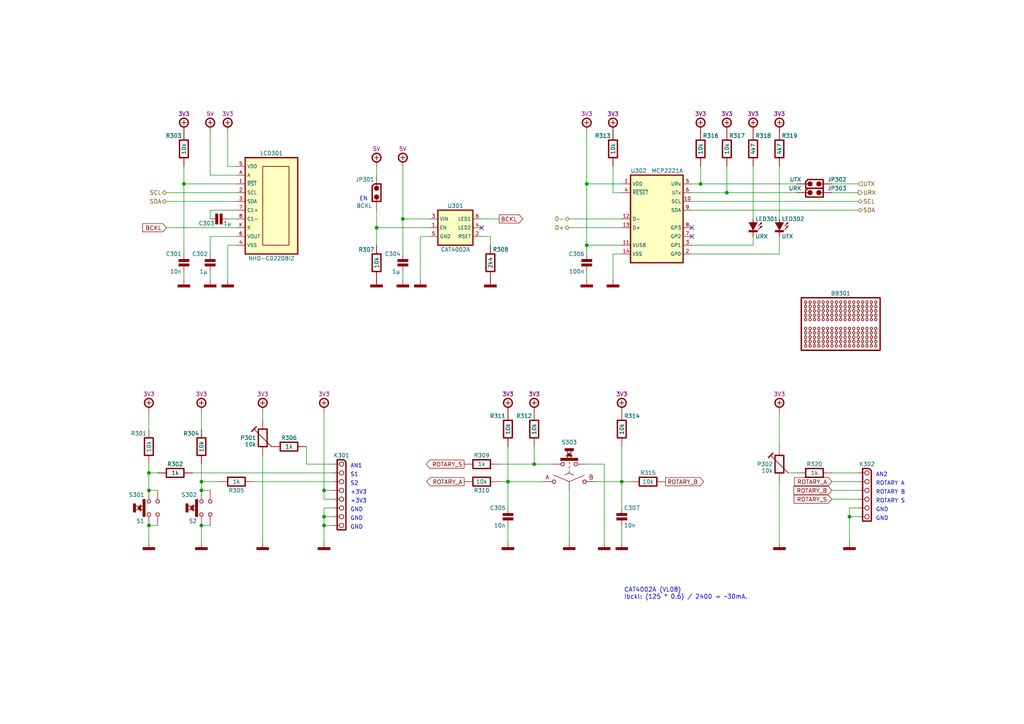
<source format=kicad_sch>
(kicad_sch (version 20250114) (generator "eeschema") (generator_version "9.0")
  (paper "A4")
  (title_block (title "HID") (date "01/2022") (rev "A") (comment 1 "PIC8-Bit Mini Trainer"))
  (lib_symbols
    (symbol "tronixio:+3V3" (power) (pin_numbers (hide yes)) (pin_names (offset 0) (hide yes))
      (property "Description" "3V3" (at 0 5.08 0))
      (symbol "+3V3_1_1"
        (pin power_in line (at 0 0 90) (length 1.27) (name "~") (number "1"))
      )
    )
    (symbol "tronixio:+5V" (power) (pin_numbers (hide yes)) (pin_names (offset 0) (hide yes))
      (property "Description" "5V" (at 0 5.08 0))
      (symbol "+5V_1_1"
        (pin power_in line (at 0 0 90) (length 1.27) (name "~") (number "1"))
      )
    )
    (symbol "tronixio:BOURNS-PEC12R-24-DENTS-SWITCH" (pin_numbers (hide yes)) (pin_names (offset 0) (hide yes))
      (property "Reference" "S" (at 0 13.97 0))
      (property "Value" "BOURNS-PEC12R-24-DENTS-SWITCH" (at 0 11.43 0))
      (symbol "BOURNS-PEC12R-24-DENTS-SWITCH_0_0"
        (text "A" (at -6.35 1.27 0) (effects (font (size 1.15 1.15))))
        (text "B" (at 6.35 1.27 0) (effects (font (size 1.27 1.27))))
      )
      (symbol "BOURNS-PEC12R-24-DENTS-SWITCH_0_1"
        (pin passive line (at -7.62 0 0) (length 2.54) (name "A") (number "1"))
        (pin passive line (at 0 -2.54 90) (length 2.54) (name "C") (number "2"))
        (pin passive line (at 7.62 0 180) (length 2.54) (name "B") (number "3"))
      )
      (symbol "BOURNS-PEC12R-24-DENTS-SWITCH_1_1"
        (pin passive line (at -5.08 5.08 0) (length 2.54) (name "~") (number "5"))
        (pin passive line (at 5.08 5.08 180) (length 2.54) (name "~") (number "4"))
      )
    )
    (symbol "tronixio:BREADBOARD-170" (pin_numbers (hide yes)) (pin_names (offset 0) (hide yes))
      (property "Reference" "BB" (at 0 8.89 0))
    )
    (symbol "tronixio:CAPACITOR-1206-100N-50V-5P-X7R" (pin_numbers (hide yes)) (pin_names (offset 0) (hide yes))
      (property "Reference" "C" (at 0.635 2.54 0))
      (property "Value" "100n" (at 0.635 -2.54 0))
      (symbol "CAPACITOR-1206-100N-50V-5P-X7R_1_1"
        (pin passive line (at 0 2.54 270) (length 1.905) (name "~") (number "1"))
        (pin passive line (at 0 -2.54 90) (length 1.905) (name "~") (number "2"))
      )
    )
    (symbol "tronixio:CAPACITOR-1206-10N-100V-5P-X7R" (pin_numbers (hide yes)) (pin_names (offset 0) (hide yes))
      (property "Reference" "C" (at 0.635 2.54 0))
      (property "Value" "10n" (at 0.635 -2.54 0))
      (symbol "CAPACITOR-1206-10N-100V-5P-X7R_1_1"
        (pin passive line (at 0 2.54 270) (length 1.905) (name "~") (number "1"))
        (pin passive line (at 0 -2.54 90) (length 1.905) (name "~") (number "2"))
      )
    )
    (symbol "tronixio:CAPACITOR-1206-1U-16V-10P-X7R" (pin_numbers (hide yes)) (pin_names (offset 0) (hide yes))
      (property "Reference" "C" (at 0.635 2.54 0))
      (property "Value" "1µ" (at 0.635 -2.54 0))
      (symbol "CAPACITOR-1206-1U-16V-10P-X7R_1_1"
        (pin passive line (at 0 2.54 270) (length 1.905) (name "~") (number "1"))
        (pin passive line (at 0 -2.54 90) (length 1.905) (name "~") (number "2"))
      )
    )
    (symbol "tronixio:CK-KSA" (pin_numbers (hide yes)) (pin_names (offset 0) (hide yes))
      (property "Reference" "S" (at 0 6.35 0))
      (property "Value" "SYMBOL-SW-PUSH-4" (at 0 -5.08 0))
      (symbol "CK-KSA_0_1"
        (pin passive line (at -5.08 0 0) (length 2.54) (name "1") (number "1"))
        (pin passive line (at -5.08 -2.54 0) (length 2.54) (name "2") (number "2"))
        (pin passive line (at 5.08 0 180) (length 2.54) (name "3") (number "3"))
        (pin passive line (at 5.08 -2.54 180) (length 2.54) (name "4") (number "4"))
      )
    )
    (symbol "tronixio:GND" (power) (pin_numbers (hide yes)) (pin_names (offset 0) (hide yes))
      (symbol "GND_1_1"
        (pin power_in line (at 0 0 270) (length 1.27) (name "~") (number "1"))
      )
    )
    (symbol "tronixio:HARWIN-254-F-1X06-VERTICAL" (pin_numbers (hide yes)) (pin_names (offset 0) (hide yes))
      (property "Reference" "K" (at 0 2.54 0))
      (property "Value" "HARWIN-254-F-1X06-VERTICAL" (at 0 -15.24 0))
      (symbol "HARWIN-254-F-1X06-VERTICAL_1_1"
        (pin passive line (at -2.54 0 0) (length 1.905) (name "1") (number "1"))
        (pin passive line (at -2.54 -2.54 0) (length 1.905) (name "2") (number "2"))
        (pin passive line (at -2.54 -5.08 0) (length 1.905) (name "3") (number "3"))
        (pin passive line (at -2.54 -7.62 0) (length 1.905) (name "4") (number "4"))
        (pin passive line (at -2.54 -10.16 0) (length 1.905) (name "5") (number "5"))
        (pin passive line (at -2.54 -12.7 0) (length 1.905) (name "6") (number "6"))
      )
    )
    (symbol "tronixio:HARWIN-254-F-1X08-VERTICAL" (pin_numbers (hide yes)) (pin_names (offset 0) (hide yes))
      (property "Reference" "K" (at 0 2.54 0))
      (property "Value" "HARWIN-254-F-1X08-VERTICAL" (at 0 -20.32 0))
      (symbol "HARWIN-254-F-1X08-VERTICAL_1_1"
        (pin passive line (at -2.54 0 0) (length 1.905) (name "Pin_1") (number "1"))
        (pin passive line (at -2.54 -2.54 0) (length 1.905) (name "Pin_2") (number "2"))
        (pin passive line (at -2.54 -5.08 0) (length 1.905) (name "Pin_3") (number "3"))
        (pin passive line (at -2.54 -7.62 0) (length 1.905) (name "Pin_4") (number "4"))
        (pin passive line (at -2.54 -10.16 0) (length 1.905) (name "Pin_5") (number "5"))
        (pin passive line (at -2.54 -12.7 0) (length 1.905) (name "Pin_6") (number "6"))
        (pin passive line (at -2.54 -15.24 0) (length 1.905) (name "Pin_7") (number "7"))
        (pin passive line (at -2.54 -17.78 0) (length 1.905) (name "Pin_8") (number "8"))
      )
    )
    (symbol "tronixio:HARWIN-254-M-1X02-JUMPER-VERTICAL" (pin_numbers (hide yes)) (pin_names (offset 0) (hide yes))
      (property "Reference" "JP" (at 2.54 1.27 0))
      (property "Value" "SYMBOL-HEADER-M-1X02" (at 2.54 -1.27 0))
      (symbol "HARWIN-254-M-1X02-JUMPER-VERTICAL_1_1"
        (pin passive line (at 0 5.08 270) (length 3.175) (name "~") (number "1"))
        (pin passive line (at 0 -5.08 90) (length 3.175) (name "~") (number "2"))
      )
    )
    (symbol "tronixio:KINGBRIGHT-LED-1206-BLUE" (pin_numbers (hide yes)) (pin_names (offset 0) (hide yes))
      (property "Reference" "LED" (at 0 3.81 0))
      (property "Value" "BLUE" (at 0 -2.54 0))
      (symbol "KINGBRIGHT-LED-1206-BLUE_1_1"
        (pin passive line (at -2.54 0 0) (length 1.27) (name "C") (number "1"))
        (pin passive line (at 2.54 0 180) (length 1.27) (name "A") (number "2"))
      )
    )
    (symbol "tronixio:MICROCHIP-MCP2221A-SOIC" (pin_names (offset 0.5))
      (property "Reference" "U" (at 10.16 3.81 0))
      (property "Value" "MCP2221A" (at 10.16 -24.13 0))
      (symbol "MICROCHIP-MCP2221A-SOIC_1_1"
        (pin power_in line (at 0 0 0) (length 2.54) (name "VDD") (number "1"))
        (pin input line (at 0 -2.54 0) (length 2.54) (name "~{RESET}") (number "4"))
        (pin bidirectional line (at 0 -10.16 0) (length 2.54) (name "D-") (number "12"))
        (pin bidirectional line (at 0 -12.7 0) (length 2.54) (name "D+") (number "13"))
        (pin passive line (at 0 -17.78 0) (length 2.54) (name "VUSB") (number "11"))
        (pin power_in line (at 0 -20.32 0) (length 2.54) (name "VSS") (number "14"))
        (pin input line (at 20.32 0 180) (length 2.54) (name "URx") (number "5"))
        (pin output line (at 20.32 -2.54 180) (length 2.54) (name "UTx") (number "6"))
        (pin bidirectional line (at 20.32 -5.08 180) (length 2.54) (name "SCL") (number "10"))
        (pin bidirectional line (at 20.32 -7.62 180) (length 2.54) (name "SDA") (number "9"))
        (pin bidirectional line (at 20.32 -12.7 180) (length 2.54) (name "GP3") (number "8"))
        (pin bidirectional line (at 20.32 -15.24 180) (length 2.54) (name "GP2") (number "7"))
        (pin bidirectional line (at 20.32 -17.78 180) (length 2.54) (name "GP1") (number "3"))
        (pin bidirectional line (at 20.32 -20.32 180) (length 2.54) (name "GP0") (number "2"))
      )
    )
    (symbol "tronixio:NHD-C0220BIZ" (pin_names (offset 0.5))
      (property "Reference" "LCD" (at 10.16 3.81 0))
      (property "Value" "NHD-C0220BIZ" (at 10.16 -26.67 0))
      (symbol "NHD-C0220BIZ_1_1"
        (pin power_in line (at 0 0 0) (length 2.54) (name "VDD") (number "5"))
        (pin passive line (at 0 -2.54 0) (length 2.54) (name "A") (number "A"))
        (pin input line (at 0 -5.08 0) (length 2.54) (name "~{RST}") (number "1"))
        (pin input line (at 0 -7.62 0) (length 2.54) (name "SCL") (number "2"))
        (pin bidirectional line (at 0 -10.16 0) (length 2.54) (name "SDA") (number "3"))
        (pin passive line (at 0 -12.7 0) (length 2.54) (name "C1+") (number "7"))
        (pin passive line (at 0 -15.24 0) (length 2.54) (name "C1-") (number "8"))
        (pin passive line (at 0 -17.78 0) (length 2.54) (name "K") (number "K"))
        (pin passive line (at 0 -20.32 0) (length 2.54) (name "VOUT") (number "6"))
        (pin power_in line (at 0 -22.86 0) (length 2.54) (name "VSS") (number "4"))
      )
    )
    (symbol "tronixio:ONSEMI-CAT4002A-SC" (pin_names (offset 0.5))
      (property "Reference" "U" (at 7.62 3.81 0))
      (property "Value" "CAT4002A" (at 7.62 -8.89 0))
      (symbol "ONSEMI-CAT4002A-SC_1_1"
        (pin power_in line (at 0 0 0) (length 2.54) (name "VIN") (number "3"))
        (pin input line (at 0 -2.54 0) (length 2.54) (name "EN") (number "1"))
        (pin power_in line (at 0 -5.08 0) (length 2.54) (name "GND") (number "5"))
        (pin output line (at 15.24 0 180) (length 2.54) (name "LED1") (number "6"))
        (pin output line (at 15.24 -2.54 180) (length 2.54) (name "LED2") (number "4"))
        (pin passive line (at 15.24 -5.08 180) (length 2.54) (name "RSET") (number "2"))
      )
    )
    (symbol "tronixio:PIHER-PT10MV-10K" (pin_numbers (hide yes)) (pin_names (offset 0) (hide yes))
      (property "Reference" "P" (at 2.54 2.54 0))
      (property "Value" "10k" (at 2.54 0 0))
      (symbol "PIHER-PT10MV-10K_1_1"
        (pin passive line (at 0 5.08 270) (length 2.54) (name "~") (number "3"))
        (pin passive line (at 0 -5.08 90) (length 2.54) (name "~") (number "1"))
        (pin passive line (at 2.54 -2.54 180) (length 0) (name "~") (number "2"))
      )
    )
    (symbol "tronixio:RESISTOR-1206-10K-5P" (pin_numbers (hide yes)) (pin_names (offset 0) (hide yes))
      (property "Reference" "R" (at 0.635 3.81 0))
      (property "Value" "10k" (at 0 0 90))
      (symbol "RESISTOR-1206-10K-5P_1_1"
        (pin passive line (at 0 5.08 270) (length 2.54) (name "~") (number "1"))
        (pin passive line (at 0 -5.08 90) (length 2.54) (name "~") (number "2"))
      )
    )
    (symbol "tronixio:RESISTOR-1206-1K-5P" (pin_numbers (hide yes)) (pin_names (offset 0) (hide yes))
      (property "Reference" "R" (at 0.635 3.81 0))
      (property "Value" "1k" (at 0 0 90))
      (symbol "RESISTOR-1206-1K-5P_1_1"
        (pin passive line (at 0 5.08 270) (length 2.54) (name "~") (number "1"))
        (pin passive line (at 0 -5.08 90) (length 2.54) (name "~") (number "2"))
      )
    )
    (symbol "tronixio:RESISTOR-1206-2K4-5P" (pin_numbers (hide yes)) (pin_names (offset 0) (hide yes))
      (property "Reference" "R" (at 0.635 3.81 0))
      (property "Value" "2k4" (at 0 0 90))
      (symbol "RESISTOR-1206-2K4-5P_1_1"
        (pin passive line (at 0 5.08 270) (length 2.54) (name "~") (number "1"))
        (pin passive line (at 0 -5.08 90) (length 2.54) (name "~") (number "2"))
      )
    )
    (symbol "tronixio:RESISTOR-1206-4K7-5P" (pin_numbers (hide yes)) (pin_names (offset 0) (hide yes))
      (property "Reference" "R" (at 0.635 3.81 0))
      (property "Value" "4k7" (at 0 0 90))
      (symbol "RESISTOR-1206-4K7-5P_1_1"
        (pin passive line (at 0 5.08 270) (length 2.54) (name "~") (number "1"))
        (pin passive line (at 0 -5.08 90) (length 2.54) (name "~") (number "2"))
      )
    )
  )
  (text "AN1" (at 101.6 135.89 0) (effects (font (size 1.15 1.15)) (justify left bottom)))
  (text "GND" (at 101.6 148.59 0) (effects (font (size 1.15 1.15)) (justify left bottom)))
  (text "GND" (at 254 148.59 0) (effects (font (size 1.15 1.15)) (justify left bottom)))
  (text "ROTARY A" (at 254 140.97 0) (effects (font (size 1.15 1.15)) (justify left bottom)))
  (text "GND" (at 101.6 153.67 0) (effects (font (size 1.15 1.15)) (justify left bottom)))
  (text "ROTARY B" (at 254 143.51 0) (effects (font (size 1.15 1.15)) (justify left bottom)))
  (text "EN" (at 106.68 58.42 0) (effects (font (size 1.15 1.15)) (justify right bottom)))
  (text "AN2" (at 254 138.43 0) (effects (font (size 1.15 1.15)) (justify left bottom)))
  (text "+3V3" (at 101.6 146.05 0) (effects (font (size 1.15 1.15)) (justify left bottom)))
  (text "S2" (at 101.6 140.97 0) (effects (font (size 1.15 1.15)) (justify left bottom)))
  (text "S1" (at 101.6 138.43 0) (effects (font (size 1.15 1.15)) (justify left bottom)))
  (text "GND" (at 101.6 151.13 0) (effects (font (size 1.15 1.15)) (justify left bottom)))
  (text "GND" (at 254 151.13 0) (effects (font (size 1.15 1.15)) (justify left bottom)))
  (text "CAT4002A (VL08)\nIbckl: (125 * 0.6) / 2400 = ~30mA." (at 180.975 173.99 0) (effects (font (size 1.27 1.27)) (justify left bottom)))
  (text "ROTARY S" (at 254 146.05 0) (effects (font (size 1.15 1.15)) (justify left bottom)))
  (text "+3V3" (at 101.6 143.51 0) (effects (font (size 1.15 1.15)) (justify left bottom)))
  (junction (at 147.32 139.7) (diameter 0.9144))
  (junction (at 43.18 142.24))
  (junction (at 43.18 137.16) (diameter 0.9144))
  (junction (at 93.98 152.4))
  (junction (at 203.2 53.34))
  (junction (at 170.18 71.12))
  (junction (at 210.82 55.88))
  (junction (at 43.18 152.4))
  (junction (at 93.98 142.24))
  (junction (at 170.18 53.34) (diameter 0.9144))
  (junction (at 154.94 134.62))
  (junction (at 53.34 53.34) (diameter 0.9144))
  (junction (at 246.38 149.86) (diameter 0.9144))
  (junction (at 93.98 149.86))
  (junction (at 109.22 66.04))
  (junction (at 58.42 139.7))
  (junction (at 58.42 152.4))
  (junction (at 58.42 142.24))
  (junction (at 180.34 139.7) (diameter 0.9144))
  (junction (at 116.84 63.5))
  (no_connect (at 200.66 68.58))
  (no_connect (at 139.7 66.04))
  (no_connect (at 200.66 66.04))
  (wire (pts (xy 139.7 68.58) (xy 142.24 68.58)))
  (wire (pts (xy 43.18 119.38) (xy 43.18 124.46)))
  (wire (pts (xy 43.18 152.4) (xy 43.18 157.48)))
  (wire (pts (xy 200.66 55.88) (xy 210.82 55.88)))
  (wire (pts (xy 170.18 134.62) (xy 175.26 134.62)))
  (wire (pts (xy 175.26 134.62) (xy 175.26 157.48)))
  (wire (pts (xy 165.1 66.04) (xy 180.34 66.04)))
  (wire (pts (xy 177.8 55.88) (xy 177.8 48.26)))
  (wire (pts (xy 93.98 147.32) (xy 96.52 147.32)))
  (wire (pts (xy 58.42 119.38) (xy 58.42 124.46)))
  (wire (pts (xy 241.3 53.34) (xy 248.92 53.34)))
  (wire (pts (xy 203.2 53.34) (xy 231.14 53.34)))
  (wire (pts (xy 60.96 78.74) (xy 60.96 81.28)))
  (wire (pts (xy 177.8 73.66) (xy 177.8 81.28)))
  (wire (pts (xy 60.96 60.96) (xy 60.96 63.5)))
  (wire (pts (xy 48.26 55.88) (xy 68.58 55.88)))
  (wire (pts (xy 121.92 68.58) (xy 121.92 81.28)))
  (wire (pts (xy 124.46 68.58) (xy 121.92 68.58)))
  (wire (pts (xy 203.2 48.26) (xy 203.2 53.34)))
  (wire (pts (xy 96.52 134.62) (xy 88.9 134.62)))
  (wire (pts (xy 76.2 119.38) (xy 76.2 121.92)))
  (wire (pts (xy 144.78 139.7) (xy 147.32 139.7)))
  (wire (pts (xy 147.32 129.54) (xy 147.32 139.7)))
  (wire (pts (xy 241.3 144.78) (xy 248.92 144.78)))
  (wire (pts (xy 124.46 66.04) (xy 109.22 66.04)))
  (wire (pts (xy 60.96 68.58) (xy 60.96 73.66)))
  (wire (pts (xy 60.96 68.58) (xy 68.58 68.58)))
  (wire (pts (xy 109.22 66.04) (xy 109.22 71.12)))
  (wire (pts (xy 43.18 134.62) (xy 43.18 137.16)))
  (wire (pts (xy 43.18 137.16) (xy 43.18 142.24)))
  (wire (pts (xy 200.66 73.66) (xy 226.06 73.66)))
  (wire (pts (xy 226.06 73.66) (xy 226.06 68.58)))
  (wire (pts (xy 200.66 60.96) (xy 248.92 60.96)))
  (wire (pts (xy 154.94 129.54) (xy 154.94 134.62)))
  (wire (pts (xy 246.38 149.86) (xy 248.92 149.86)))
  (wire (pts (xy 116.84 63.5) (xy 124.46 63.5)))
  (wire (pts (xy 93.98 149.86) (xy 96.52 149.86)))
  (wire (pts (xy 142.24 68.58) (xy 142.24 71.12)))
  (wire (pts (xy 60.96 50.8) (xy 60.96 38.1)))
  (wire (pts (xy 109.22 50.8) (xy 109.22 48.26)))
  (wire (pts (xy 177.8 73.66) (xy 180.34 73.66)))
  (wire (pts (xy 53.34 48.26) (xy 53.34 53.34)))
  (wire (pts (xy 170.18 71.12) (xy 180.34 71.12)))
  (wire (pts (xy 93.98 147.32) (xy 93.98 149.86)))
  (wire (pts (xy 93.98 149.86) (xy 93.98 152.4)))
  (wire (pts (xy 93.98 152.4) (xy 93.98 157.48)))
  (wire (pts (xy 180.34 152.4) (xy 180.34 157.48)))
  (wire (pts (xy 147.32 139.7) (xy 147.32 147.32)))
  (wire (pts (xy 210.82 55.88) (xy 231.14 55.88)))
  (wire (pts (xy 88.9 129.54) (xy 88.9 134.62)))
  (wire (pts (xy 147.32 152.4) (xy 147.32 157.48)))
  (wire (pts (xy 180.34 139.7) (xy 182.88 139.7)))
  (wire (pts (xy 58.42 134.62) (xy 58.42 139.7)))
  (wire (pts (xy 58.42 152.4) (xy 58.42 157.48)))
  (wire (pts (xy 66.04 71.12) (xy 66.04 81.28)))
  (wire (pts (xy 68.58 71.12) (xy 66.04 71.12)))
  (wire (pts (xy 73.66 139.7) (xy 96.52 139.7)))
  (wire (pts (xy 200.66 53.34) (xy 203.2 53.34)))
  (wire (pts (xy 109.22 60.96) (xy 109.22 66.04)))
  (wire (pts (xy 180.34 129.54) (xy 180.34 139.7)))
  (wire (pts (xy 180.34 139.7) (xy 180.34 147.32)))
  (wire (pts (xy 93.98 144.78) (xy 96.52 144.78)))
  (wire (pts (xy 58.42 142.24) (xy 60.96 142.24)))
  (wire (pts (xy 144.78 134.62) (xy 154.94 134.62)))
  (wire (pts (xy 170.18 38.1) (xy 170.18 53.34)))
  (wire (pts (xy 58.42 152.4) (xy 60.96 152.4)))
  (wire (pts (xy 226.06 63.5) (xy 226.06 48.26)))
  (wire (pts (xy 60.96 60.96) (xy 68.58 60.96)))
  (wire (pts (xy 165.1 63.5) (xy 180.34 63.5)))
  (wire (pts (xy 165.1 142.24) (xy 165.1 157.48)))
  (wire (pts (xy 43.18 142.24) (xy 45.72 142.24)))
  (wire (pts (xy 93.98 152.4) (xy 96.52 152.4)))
  (wire (pts (xy 226.06 119.38) (xy 226.06 129.54)))
  (wire (pts (xy 170.18 78.74) (xy 170.18 81.28)))
  (wire (pts (xy 218.44 63.5) (xy 218.44 48.26)))
  (wire (pts (xy 172.72 139.7) (xy 180.34 139.7)))
  (wire (pts (xy 48.26 66.04) (xy 68.58 66.04)))
  (wire (pts (xy 93.98 142.24) (xy 96.52 142.24)))
  (wire (pts (xy 43.18 152.4) (xy 45.72 152.4)))
  (wire (pts (xy 241.3 137.16) (xy 248.92 137.16)))
  (wire (pts (xy 76.2 132.08) (xy 76.2 157.48)))
  (wire (pts (xy 55.88 137.16) (xy 96.52 137.16)))
  (wire (pts (xy 116.84 78.74) (xy 116.84 81.28)))
  (wire (pts (xy 93.98 119.38) (xy 93.98 142.24)))
  (wire (pts (xy 93.98 142.24) (xy 93.98 144.78)))
  (wire (pts (xy 241.3 142.24) (xy 248.92 142.24)))
  (wire (pts (xy 58.42 139.7) (xy 63.5 139.7)))
  (wire (pts (xy 53.34 53.34) (xy 53.34 73.66)))
  (wire (pts (xy 48.26 58.42) (xy 68.58 58.42)))
  (wire (pts (xy 147.32 139.7) (xy 157.48 139.7)))
  (wire (pts (xy 177.8 55.88) (xy 180.34 55.88)))
  (wire (pts (xy 43.18 137.16) (xy 45.72 137.16)))
  (wire (pts (xy 53.34 53.34) (xy 68.58 53.34)))
  (wire (pts (xy 200.66 71.12) (xy 218.44 71.12)))
  (wire (pts (xy 218.44 71.12) (xy 218.44 68.58)))
  (wire (pts (xy 66.04 48.26) (xy 66.04 38.1)))
  (wire (pts (xy 68.58 48.26) (xy 66.04 48.26)))
  (wire (pts (xy 200.66 58.42) (xy 248.92 58.42)))
  (wire (pts (xy 170.18 53.34) (xy 170.18 71.12)))
  (wire (pts (xy 170.18 71.12) (xy 170.18 73.66)))
  (wire (pts (xy 53.34 78.74) (xy 53.34 81.28)))
  (wire (pts (xy 210.82 48.26) (xy 210.82 55.88)))
  (wire (pts (xy 170.18 53.34) (xy 180.34 53.34)))
  (wire (pts (xy 226.06 139.7) (xy 226.06 157.48)))
  (wire (pts (xy 241.3 139.7) (xy 248.92 139.7)))
  (wire (pts (xy 154.94 134.62) (xy 160.02 134.62)))
  (wire (pts (xy 241.3 55.88) (xy 248.92 55.88)))
  (wire (pts (xy 228.6 137.16) (xy 231.14 137.16)))
  (wire (pts (xy 139.7 63.5) (xy 144.78 63.5)))
  (wire (pts (xy 116.84 48.26) (xy 116.84 63.5)))
  (wire (pts (xy 116.84 63.5) (xy 116.84 73.66)))
  (wire (pts (xy 66.04 63.5) (xy 68.58 63.5)))
  (wire (pts (xy 60.96 50.8) (xy 68.58 50.8)))
  (wire (pts (xy 246.38 147.32) (xy 246.38 149.86)))
  (wire (pts (xy 246.38 149.86) (xy 246.38 157.48)))
  (wire (pts (xy 248.92 147.32) (xy 246.38 147.32)))
  (wire (pts (xy 58.42 139.7) (xy 58.42 142.24)))
  (global_label "BCKL" (shape output) (at 144.78 63.5 0) (effects (font (size 1.2 1.2))) (property "Intersheetrefs" "${INTERSHEET_REFS}" (effects (hide yes))))
  (global_label "ROTARY_S" (shape input) (at 241.3 144.78 180) (effects (font (size 1.2 1.2))) (property "Intersheetrefs" "${INTERSHEET_REFS}" (effects (hide yes))))
  (global_label "ROTARY_B" (shape input) (at 241.3 142.24 180) (effects (font (size 1.2 1.2))) (property "Intersheetrefs" "${INTERSHEET_REFS}" (effects (hide yes))))
  (global_label "ROTARY_A" (shape output) (at 134.62 139.7 180) (effects (font (size 1.2 1.2))) (property "Intersheetrefs" "${INTERSHEET_REFS}" (effects (hide yes))))
  (global_label "ROTARY_B" (shape output) (at 193.04 139.7 0) (effects (font (size 1.2 1.2))) (property "Intersheetrefs" "${INTERSHEET_REFS}" (effects (hide yes))))
  (global_label "BCKL" (shape input) (at 48.26 66.04 180) (effects (font (size 1.2 1.2))) (property "Intersheetrefs" "${INTERSHEET_REFS}" (effects (hide yes))))
  (global_label "ROTARY_A" (shape input) (at 241.3 139.7 180) (effects (font (size 1.2 1.2))) (property "Intersheetrefs" "${INTERSHEET_REFS}" (effects (hide yes))))
  (global_label "ROTARY_S" (shape output) (at 134.62 134.62 180) (effects (font (size 1.2 1.2))) (property "Intersheetrefs" "${INTERSHEET_REFS}" (effects (hide yes))))
  (hierarchical_label "SDA" (shape bidirectional) (at 248.92 60.96 0) (effects (font (size 1.2 1.2))))
  (hierarchical_label "SCL" (shape bidirectional) (at 48.26 55.88 180) (effects (font (size 1.2 1.2))))
  (hierarchical_label "UTX" (shape input) (at 248.92 53.34 0) (effects (font (size 1.2 1.2))))
  (hierarchical_label "SDA" (shape bidirectional) (at 48.26 58.42 180) (effects (font (size 1.2 1.2))))
  (hierarchical_label "D+" (shape bidirectional) (at 165.1 66.04 180) (effects (font (size 1.2 1.2))))
  (hierarchical_label "SCL" (shape bidirectional) (at 248.92 58.42 0) (effects (font (size 1.2 1.2))))
  (hierarchical_label "D-" (shape bidirectional) (at 165.1 63.5 180) (effects (font (size 1.2 1.2))))
  (hierarchical_label "URX" (shape output) (at 248.92 55.88 0) (effects (font (size 1.2 1.2))))
  (symbol (lib_id "tronixio:GND") (at 121.92 81.28 0) (unit 1)
    (property "Reference" "#PWR0318" (effects (hide yes)))
    (property "Value" "POWER-GND" (effects (hide yes)))
    (property "Description" "GND" (effects (hide yes)))
  )
  (symbol (lib_id "tronixio:CAPACITOR-1206-10N-100V-5P-X7R") (at 180.34 149.86 0) (unit 1)
    (property "Reference" "C307" (at 180.975 147.32 0) (effects (font (size 1.15 1.15)) (justify left)))
    (property "Value" "10n" (at 180.975 152.4 0) (effects (font (size 1.15 1.15)) (justify left)))
    (property "Footprint" "tronixio:CAPACITOR-SMD-1206" (effects (hide yes)))
    (property "Description" "Unpolarized Capacitor" (effects (hide yes)))
    (property "Voltage" "100V" (effects (hide yes)))
    (property "Tolerance" "5%" (effects (hide yes)))
    (property "Mouser" "80-C1206C103J1R" (effects (hide yes)))
  )
  (symbol (lib_id "tronixio:+3V3") (at 147.32 119.38 0) (unit 1)
    (property "Reference" "#PWR0320" (effects (hide yes)))
    (property "Value" "POWER-+3V3" (effects (hide yes)))
    (property "Description" "3V3" (at 147.32 114.3 0) (effects (font (size 1.15 1.15))))
  )
  (symbol (lib_id "tronixio:RESISTOR-1206-1K-5P") (at 83.82 129.54 90) (unit 1)
    (property "Reference" "R306" (at 83.82 127 90) (effects (font (size 1.15 1.15))))
    (property "Value" "1k" (at 83.82 129.54 90) (effects (font (size 1.15 1.15))))
    (property "Footprint" "tronixio:RESISTOR-SMD-1206" (effects (hide yes)))
    (property "Description" "Resistor" (effects (hide yes)))
    (property "Tolerance" "5%" (effects (hide yes)))
    (property "Mouser" "660-RK73B2BTTDD102J" (effects (hide yes)))
  )
  (symbol (lib_id "tronixio:HARWIN-254-M-1X02-JUMPER-VERTICAL") (at 236.22 55.88 90) (unit 1)
    (property "Reference" "JP303" (at 240.03 54.61 90) (effects (font (size 1.15 1.15)) (justify right)))
    (property "Value" "URX" (at 232.41 54.61 90) (effects (font (size 1.15 1.15)) (justify left)))
    (property "Footprint" "tronixio:HARWIN-M20-999024x" (effects (hide yes)))
    (property "Datasheet" "https://www.harwin.com/products/M20-9990246/" (effects (hide yes)))
    (property "Description" "M20 Series - 2.54mm Pitch PCB Connector" (effects (hide yes)))
    (property "Mouser" "855-M20-999024" (effects (hide yes)))
  )
  (symbol (lib_id "tronixio:+3V3") (at 170.18 38.1 0) (unit 1)
    (property "Reference" "#PWR0324" (effects (hide yes)))
    (property "Value" "POWER-+3V3" (effects (hide yes)))
    (property "Description" "3V3" (at 170.18 33.02 0) (effects (font (size 1.15 1.15))))
  )
  (symbol (lib_id "tronixio:GND") (at 109.22 81.28 0) (unit 1)
    (property "Reference" "#PWR0101" (effects (hide yes)))
    (property "Value" "POWER-GND" (effects (hide yes)))
    (property "Description" "GND" (effects (hide yes)))
  )
  (symbol (lib_id "tronixio:GND") (at 116.84 81.28 0) (unit 1)
    (property "Reference" "#PWR0317" (effects (hide yes)))
    (property "Value" "POWER-GND" (effects (hide yes)))
    (property "Description" "GND" (effects (hide yes)))
  )
  (symbol (lib_id "tronixio:BOURNS-PEC12R-24-DENTS-SWITCH") (at 165.1 139.7 0) (unit 1)
    (property "Reference" "S303" (at 165.1 128.27 0) (effects (font (size 1.15 1.15))))
    (property "Value" "BOURNS-PEC12R-24DENTS-SWITCH" (effects (hide yes)))
    (property "Footprint" "tronixio:BOURNS-PEC12R-SWITCH" (effects (hide yes)))
    (property "Datasheet" "http://www.bourns.com/products/encoders/contacting-encoders/product/PEC12R" (effects (hide yes)))
    (property "Description" "PEC12R - 12 mm Incremental Encoder" (effects (hide yes)))
    (property "Mouser" "652-PEC12R-4215F-S24" (effects (hide yes)))
  )
  (symbol (lib_id "tronixio:CAPACITOR-1206-1U-16V-10P-X7R") (at 116.84 76.2 0) (unit 1)
    (property "Reference" "C304" (at 116.205 73.66 0) (effects (font (size 1.15 1.15)) (justify right)))
    (property "Value" "1µ" (at 116.205 78.74 0) (effects (font (size 1.15 1.15)) (justify right)))
    (property "Footprint" "tronixio:CAPACITOR-SMD-1206" (effects (hide yes)))
    (property "Description" "Unpolarized Capacitor" (effects (hide yes)))
    (property "Voltage" "16V" (effects (hide yes)))
    (property "Tolerance" "10%" (effects (hide yes)))
    (property "Mouser" "80-C1206C105K4R" (effects (hide yes)))
  )
  (symbol (lib_id "tronixio:GND") (at 175.26 157.48 0) (unit 1)
    (property "Reference" "#PWR0326" (effects (hide yes)))
    (property "Value" "POWER-GND" (effects (hide yes)))
    (property "Description" "GND" (effects (hide yes)))
  )
  (symbol (lib_id "tronixio:+3V3") (at 43.18 119.38 0) (unit 1)
    (property "Reference" "#PWR0301" (effects (hide yes)))
    (property "Value" "POWER-+3V3" (effects (hide yes)))
    (property "Description" "3V3" (at 43.18 114.3 0) (effects (font (size 1.15 1.15))))
  )
  (symbol (lib_id "tronixio:+3V3") (at 53.34 38.1 0) (unit 1)
    (property "Reference" "#PWR0303" (effects (hide yes)))
    (property "Value" "POWER-+3V3" (effects (hide yes)))
    (property "Description" "3V3" (at 53.34 33.02 0) (effects (font (size 1.15 1.15))))
  )
  (symbol (lib_id "tronixio:+5V") (at 116.84 48.26 0) (unit 1)
    (property "Reference" "#PWR0316" (effects (hide yes)))
    (property "Value" "POWER-+5V" (effects (hide yes)))
    (property "Description" "5V" (at 116.84 43.18 0) (effects (font (size 1.15 1.15))))
  )
  (symbol (lib_id "tronixio:PIHER-PT10MV-10K") (at 226.06 134.62 0) (unit 1)
    (property "Reference" "P302" (at 224.155 134.62 0) (effects (font (size 1.15 1.15)) (justify right)))
    (property "Value" "10k" (at 224.155 136.525 0) (effects (font (size 1.15 1.15)) (justify right)))
    (property "Footprint" "tronixio:PIHER-PT10MV" (effects (hide yes)))
    (property "Datasheet" "https://www.piher.net/pdf/12-PT10v03.pdf" (effects (hide yes)))
    (property "Description" "10mm Carbon Potentiometer" (effects (hide yes)))
    (property "Mouser" "531-PT10MV-10K" (effects (hide yes)))
    (property "Tolerance" "20%" (effects (hide yes)))
  )
  (symbol (lib_id "tronixio:GND") (at 76.2 157.48 0) (unit 1)
    (property "Reference" "#PWR0312" (effects (hide yes)))
    (property "Value" "POWER-GND" (effects (hide yes)))
    (property "Description" "GND" (effects (hide yes)))
  )
  (symbol (lib_id "tronixio:BREADBOARD-170") (at 243.84 93.98 0) (unit 1)
    (property "Reference" "BB301" (at 243.84 85.09 0) (effects (font (size 1.15 1.15))))
    (property "Value" "BREADBOARD-170" (effects (hide yes)))
    (property "Footprint" "tronixio:BREADBOARD-170" (effects (hide yes)))
    (property "Datasheet" "http://www.busboard.com/BB170" (effects (hide yes)))
    (property "Description" "170 tie-point Solderless Plug-in BreadBoard" (effects (hide yes)))
    (property "Mouser" "854-BB170" (effects (hide yes)))
  )
  (symbol (lib_id "tronixio:GND") (at 177.8 81.28 0) (unit 1)
    (property "Reference" "#PWR0328" (effects (hide yes)))
    (property "Value" "POWER-GND" (effects (hide yes)))
    (property "Description" "GND" (effects (hide yes)))
  )
  (symbol (lib_id "tronixio:+3V3") (at 154.94 119.38 0) (unit 1)
    (property "Reference" "#PWR0322" (effects (hide yes)))
    (property "Value" "POWER-+3V3" (effects (hide yes)))
    (property "Description" "3V3" (at 154.94 114.3 0) (effects (font (size 1.15 1.15))))
  )
  (symbol (lib_id "tronixio:GND") (at 60.96 81.28 0) (unit 1)
    (property "Reference" "#PWR0306" (effects (hide yes)))
    (property "Value" "POWER-GND" (effects (hide yes)))
    (property "Description" "GND" (effects (hide yes)))
  )
  (symbol (lib_id "tronixio:RESISTOR-1206-10K-5P") (at 177.8 43.18 0) (unit 1)
    (property "Reference" "R313" (at 177.165 39.37 0) (effects (font (size 1.15 1.15)) (justify right)))
    (property "Value" "10k" (at 177.8 43.18 90) (effects (font (size 1.15 1.15))))
    (property "Footprint" "tronixio:RESISTOR-SMD-1206" (effects (hide yes)))
    (property "Description" "Resistor" (effects (hide yes)))
    (property "Tolerance" "5%" (effects (hide yes)))
    (property "Mouser" "660-RK73B2BTTDD103J" (effects (hide yes)))
  )
  (symbol (lib_id "tronixio:RESISTOR-1206-10K-5P") (at 109.22 76.2 0) (unit 1)
    (property "Reference" "R307" (at 108.585 72.39 0) (effects (font (size 1.15 1.15)) (justify right)))
    (property "Value" "10k" (at 109.22 76.2 90) (effects (font (size 1.15 1.15))))
    (property "Footprint" "tronixio:RESISTOR-SMD-1206" (effects (hide yes)))
    (property "Description" "Resistor" (effects (hide yes)))
    (property "Tolerance" "5%" (effects (hide yes)))
    (property "Mouser" "660-RK73B2BTTDD103J" (effects (hide yes)))
  )
  (symbol (lib_id "tronixio:RESISTOR-1206-10K-5P") (at 147.32 124.46 0) (unit 1)
    (property "Reference" "R311" (at 146.685 120.65 0) (effects (font (size 1.15 1.15)) (justify right)))
    (property "Value" "10k" (at 147.32 124.46 90) (effects (font (size 1.15 1.15))))
    (property "Footprint" "tronixio:RESISTOR-SMD-1206" (effects (hide yes)))
    (property "Description" "Resistor" (effects (hide yes)))
    (property "Tolerance" "5%" (effects (hide yes)))
    (property "Mouser" "660-RK73B2BTTDD103J" (effects (hide yes)))
  )
  (symbol (lib_id "tronixio:RESISTOR-1206-1K-5P") (at 236.22 137.16 90) (unit 1)
    (property "Reference" "R320" (at 236.22 134.62 90) (effects (font (size 1.15 1.15))))
    (property "Value" "1k" (at 236.22 137.16 90) (effects (font (size 1.15 1.15))))
    (property "Footprint" "tronixio:RESISTOR-SMD-1206" (effects (hide yes)))
    (property "Description" "Resistor" (effects (hide yes)))
    (property "Tolerance" "5%" (effects (hide yes)))
    (property "Mouser" "660-RK73B2BTTDD102J" (effects (hide yes)))
  )
  (symbol (lib_id "tronixio:HARWIN-254-F-1X06-VERTICAL") (at 251.46 137.16 0) (unit 1)
    (property "Reference" "K302" (at 251.46 134.62 0) (effects (font (size 1.15 1.15))))
    (property "Value" "HARWIN-254-F-1X06-VERTICAL" (effects (hide yes)))
    (property "Footprint" "tronixio:HARWIN-M20-782064x" (effects (hide yes)))
    (property "Datasheet" "https://www.harwin.com/products/M20-7820646/" (effects (hide yes)))
    (property "Description" "M20 Series - 2.54mm Pitch PCB Connector" (effects (hide yes)))
    (property "Mouser" "855-M20-782064" (effects (hide yes)))
  )
  (symbol (lib_id "tronixio:CK-KSA") (at 43.18 147.32 90) (unit 1)
    (property "Reference" "S301" (at 41.91 143.51 90) (effects (font (size 1.15 1.15)) (justify left)))
    (property "Value" "S1" (at 41.91 151.13 90) (effects (font (size 1.15 1.15)) (justify left)))
    (property "Footprint" "tronixio:CK-KSA-TH" (effects (hide yes)))
    (property "Datasheet" "http://www.ckswitches.com/products/switches/product-details/Tactile/KSA/" (effects (hide yes)))
    (property "Mouser" "611-KSA0M911LFT" (effects (hide yes)))
  )
  (symbol (lib_id "tronixio:GND") (at 165.1 157.48 0) (unit 1)
    (property "Reference" "#PWR0323" (effects (hide yes)))
    (property "Value" "POWER-GND" (effects (hide yes)))
    (property "Description" "GND" (effects (hide yes)))
  )
  (symbol (lib_id "tronixio:+3V3") (at 76.2 119.38 0) (unit 1)
    (property "Reference" "#PWR0311" (effects (hide yes)))
    (property "Value" "POWER-+3V3" (effects (hide yes)))
    (property "Description" "3V3" (at 76.2 114.3 0) (effects (font (size 1.15 1.15))))
  )
  (symbol (lib_id "tronixio:HARWIN-254-M-1X02-JUMPER-VERTICAL") (at 236.22 53.34 90) (unit 1)
    (property "Reference" "JP302" (at 240.03 52.07 90) (effects (font (size 1.15 1.15)) (justify right)))
    (property "Value" "UTX" (at 232.41 52.07 90) (effects (font (size 1.15 1.15)) (justify left)))
    (property "Footprint" "tronixio:HARWIN-M20-999024x" (effects (hide yes)))
    (property "Datasheet" "https://www.harwin.com/products/M20-9990246/" (effects (hide yes)))
    (property "Description" "M20 Series - 2.54mm Pitch PCB Connector" (effects (hide yes)))
    (property "Mouser" "855-M20-999024" (effects (hide yes)))
  )
  (symbol (lib_id "tronixio:+5V") (at 109.22 48.26 0) (unit 1)
    (property "Reference" "#PWR0315" (effects (hide yes)))
    (property "Value" "POWER-+5V" (effects (hide yes)))
    (property "Description" "5V" (at 109.22 43.18 0) (effects (font (size 1.15 1.15))))
  )
  (symbol (lib_id "tronixio:MICROCHIP-MCP2221A-SOIC") (at 180.34 53.34 0) (unit 1)
    (property "Reference" "U302" (at 182.88 49.53 0) (effects (font (size 1.15 1.15)) (justify left)))
    (property "Value" "MCP2221A" (at 198.12 49.53 0) (effects (font (size 1.15 1.15)) (justify right)))
    (property "Footprint" "tronixio:SOIC-14" (effects (hide yes)))
    (property "Datasheet" "https://www.microchip.com/wwwproducts/en/MCP2221A" (effects (hide yes)))
    (property "Description" "USB to I2C/UART Protocol Converter with GPIO" (effects (hide yes)))
    (property "Mouser" "579-MCP2221A-I/SL" (effects (hide yes)))
  )
  (symbol (lib_id "tronixio:CAPACITOR-1206-1U-16V-10P-X7R") (at 63.5 63.5 90) (unit 1)
    (property "Reference" "C303" (at 62.23 64.77 90) (effects (font (size 1.15 1.15)) (justify left)))
    (property "Value" "1µ" (at 64.77 64.77 90) (effects (font (size 1.15 1.15)) (justify right)))
    (property "Footprint" "tronixio:CAPACITOR-SMD-1206" (effects (hide yes)))
    (property "Description" "Unpolarized Capacitor" (effects (hide yes)))
    (property "Voltage" "16V" (effects (hide yes)))
    (property "Tolerance" "10%" (effects (hide yes)))
    (property "Mouser" "80-C1206C105K4R" (effects (hide yes)))
  )
  (symbol (lib_id "tronixio:RESISTOR-1206-10K-5P") (at 180.34 124.46 0) (unit 1)
    (property "Reference" "R314" (at 180.975 120.65 0) (effects (font (size 1.15 1.15)) (justify left)))
    (property "Value" "10k" (at 180.34 124.46 90) (effects (font (size 1.15 1.15))))
    (property "Footprint" "tronixio:RESISTOR-SMD-1206" (effects (hide yes)))
    (property "Description" "Resistor" (effects (hide yes)))
    (property "Tolerance" "5%" (effects (hide yes)))
    (property "Mouser" "660-RK73B2BTTDD103J" (effects (hide yes)))
  )
  (symbol (lib_id "tronixio:CAPACITOR-1206-10N-100V-5P-X7R") (at 147.32 149.86 0) (unit 1)
    (property "Reference" "C305" (at 146.685 147.32 0) (effects (font (size 1.15 1.15)) (justify right)))
    (property "Value" "10n" (at 146.685 152.4 0) (effects (font (size 1.15 1.15)) (justify right)))
    (property "Footprint" "tronixio:CAPACITOR-SMD-1206" (effects (hide yes)))
    (property "Description" "Unpolarized Capacitor" (effects (hide yes)))
    (property "Voltage" "100V" (effects (hide yes)))
    (property "Tolerance" "5%" (effects (hide yes)))
    (property "Mouser" "80-C1206C103J1R" (effects (hide yes)))
  )
  (symbol (lib_id "tronixio:GND") (at 58.42 157.48 0) (unit 1)
    (property "Reference" "#PWR0308" (effects (hide yes)))
    (property "Value" "POWER-GND" (effects (hide yes)))
    (property "Description" "GND" (effects (hide yes)))
  )
  (symbol (lib_id "tronixio:RESISTOR-1206-1K-5P") (at 50.8 137.16 90) (unit 1)
    (property "Reference" "R302" (at 50.8 134.62 90) (effects (font (size 1.15 1.15))))
    (property "Value" "1k" (at 50.8 137.16 90) (effects (font (size 1.15 1.15))))
    (property "Footprint" "tronixio:RESISTOR-SMD-1206" (effects (hide yes)))
    (property "Description" "Resistor" (effects (hide yes)))
    (property "Tolerance" "5%" (effects (hide yes)))
    (property "Mouser" "660-RK73B2BTTDD102J" (effects (hide yes)))
  )
  (symbol (lib_id "tronixio:RESISTOR-1206-10K-5P") (at 43.18 129.54 0) (unit 1)
    (property "Reference" "R301" (at 42.545 125.73 0) (effects (font (size 1.15 1.15)) (justify right)))
    (property "Value" "10k" (at 43.18 129.54 90) (effects (font (size 1.15 1.15))))
    (property "Footprint" "tronixio:RESISTOR-SMD-1206" (effects (hide yes)))
    (property "Description" "Resistor" (effects (hide yes)))
    (property "Tolerance" "5%" (effects (hide yes)))
    (property "Mouser" "660-RK73B2BTTDD103J" (effects (hide yes)))
  )
  (symbol (lib_id "tronixio:+3V3") (at 226.06 119.38 0) (unit 1)
    (property "Reference" "#PWR0335" (effects (hide yes)))
    (property "Value" "POWER-+3V3" (effects (hide yes)))
    (property "Description" "3V3" (at 226.06 114.3 0) (effects (font (size 1.15 1.15))))
  )
  (symbol (lib_id "tronixio:RESISTOR-1206-10K-5P") (at 154.94 124.46 0) (unit 1)
    (property "Reference" "R312" (at 154.305 120.65 0) (effects (font (size 1.15 1.15)) (justify right)))
    (property "Value" "10k" (at 154.94 124.46 90) (effects (font (size 1.15 1.15))))
    (property "Footprint" "tronixio:RESISTOR-SMD-1206" (effects (hide yes)))
    (property "Description" "Resistor" (effects (hide yes)))
    (property "Tolerance" "5%" (effects (hide yes)))
    (property "Mouser" "660-RK73B2BTTDD103J" (effects (hide yes)))
  )
  (symbol (lib_id "tronixio:+3V3") (at 203.2 38.1 0) (unit 1)
    (property "Reference" "#PWR0331" (effects (hide yes)))
    (property "Value" "POWER-+3V3" (effects (hide yes)))
    (property "Description" "3V3" (at 203.2 33.02 0) (effects (font (size 1.15 1.15))))
  )
  (symbol (lib_id "tronixio:RESISTOR-1206-1K-5P") (at 68.58 139.7 90) (unit 1)
    (property "Reference" "R305" (at 68.58 142.24 90) (effects (font (size 1.15 1.15))))
    (property "Value" "1k" (at 68.58 139.7 90) (effects (font (size 1.15 1.15))))
    (property "Footprint" "tronixio:RESISTOR-SMD-1206" (effects (hide yes)))
    (property "Description" "Resistor" (effects (hide yes)))
    (property "Tolerance" "5%" (effects (hide yes)))
    (property "Mouser" "660-RK73B2BTTDD102J" (effects (hide yes)))
  )
  (symbol (lib_id "tronixio:KINGBRIGHT-LED-1206-BLUE") (at 226.06 66.04 270) (mirror x) (unit 1)
    (property "Reference" "LED302" (at 226.695 63.5 90) (effects (font (size 1.15 1.15)) (justify left)))
    (property "Value" "UTX" (at 226.695 68.58 90) (effects (font (size 1.15 1.15)) (justify left)))
    (property "Footprint" "tronixio:LED-SMD-1206" (effects (hide yes)))
    (property "Datasheet" "http://www.kingbrightusa.com/images/catalog/SPEC/APT3216LVBC-D.pdf" (effects (hide yes)))
    (property "Description" "Light Emitting Diode" (effects (hide yes)))
    (property "Mouser" "604-APT3216LVBCD" (effects (hide yes)))
  )
  (symbol (lib_id "tronixio:+3V3") (at 93.98 119.38 0) (unit 1)
    (property "Reference" "#PWR0313" (effects (hide yes)))
    (property "Value" "POWER-+3V3" (effects (hide yes)))
    (property "Description" "3V3" (at 93.98 114.3 0) (effects (font (size 1.15 1.15))))
  )
  (symbol (lib_id "tronixio:GND") (at 246.38 157.48 0) (unit 1)
    (property "Reference" "#PWR0337" (effects (hide yes)))
    (property "Value" "POWER-GND" (effects (hide yes)))
    (property "Description" "GND" (effects (hide yes)))
  )
  (symbol (lib_id "tronixio:RESISTOR-1206-10K-5P") (at 53.34 43.18 0) (unit 1)
    (property "Reference" "R303" (at 52.705 39.37 0) (effects (font (size 1.15 1.15)) (justify right)))
    (property "Value" "10k" (at 53.34 43.18 90) (effects (font (size 1.15 1.15))))
    (property "Footprint" "tronixio:RESISTOR-SMD-1206" (effects (hide yes)))
    (property "Description" "Resistor" (effects (hide yes)))
    (property "Tolerance" "5%" (effects (hide yes)))
    (property "Mouser" "660-RK73B2BTTDD103J" (effects (hide yes)))
  )
  (symbol (lib_id "tronixio:+3V3") (at 218.44 38.1 0) (unit 1)
    (property "Reference" "#PWR0333" (effects (hide yes)))
    (property "Value" "POWER-+3V3" (effects (hide yes)))
    (property "Description" "3V3" (at 218.44 33.02 0) (effects (font (size 1.15 1.15))))
  )
  (symbol (lib_id "tronixio:RESISTOR-1206-4K7-5P") (at 226.06 43.18 0) (unit 1)
    (property "Reference" "R319" (at 226.695 39.37 0) (effects (font (size 1.15 1.15)) (justify left)))
    (property "Value" "4k7" (at 226.06 43.18 90) (effects (font (size 1.15 1.15))))
    (property "Footprint" "tronixio:RESISTOR-SMD-1206" (effects (hide yes)))
    (property "Description" "Resistor" (effects (hide yes)))
    (property "Tolerance" "5%" (effects (hide yes)))
    (property "Mouser" "660-RK73B2BTTDD472J" (effects (hide yes)))
  )
  (symbol (lib_id "tronixio:CAPACITOR-1206-1U-16V-10P-X7R") (at 60.96 76.2 0) (unit 1)
    (property "Reference" "C302" (at 60.325 73.66 0) (effects (font (size 1.15 1.15)) (justify right)))
    (property "Value" "1µ" (at 60.325 78.74 0) (effects (font (size 1.15 1.15)) (justify right)))
    (property "Footprint" "tronixio:CAPACITOR-SMD-1206" (effects (hide yes)))
    (property "Description" "Unpolarized Capacitor" (effects (hide yes)))
    (property "Voltage" "16V" (effects (hide yes)))
    (property "Tolerance" "10%" (effects (hide yes)))
    (property "Mouser" "80-C1206C105K4R" (effects (hide yes)))
  )
  (symbol (lib_id "tronixio:+3V3") (at 210.82 38.1 0) (unit 1)
    (property "Reference" "#PWR0332" (effects (hide yes)))
    (property "Value" "POWER-+3V3" (effects (hide yes)))
    (property "Description" "3V3" (at 210.82 33.02 0) (effects (font (size 1.15 1.15))))
  )
  (symbol (lib_id "tronixio:NHD-C0220BIZ") (at 68.58 48.26 0) (unit 1)
    (property "Reference" "LCD301" (at 78.74 44.45 0) (effects (font (size 1.15 1.15))))
    (property "Value" "NHD-C0220BIZ" (at 78.74 74.93 0) (effects (font (size 1.15 1.15))))
    (property "Footprint" "tronixio:NHD-C0220BIZ" (effects (hide yes)))
    (property "Datasheet" "https://www.newhavendisplay.com/nhdc0220bizfswfbw3v3m-p-2410.html" (effects (hide yes)))
    (property "Description" "COG (Chip-On-Glass) Character Liquid Crystal Display Module" (effects (hide yes)))
    (property "Mouser" "763-C0220BIZ-FSW-FBW" (effects (hide yes)))
  )
  (symbol (lib_id "tronixio:RESISTOR-1206-10K-5P") (at 58.42 129.54 0) (unit 1)
    (property "Reference" "R304" (at 57.785 125.73 0) (effects (font (size 1.15 1.15)) (justify right)))
    (property "Value" "10k" (at 58.42 129.54 90) (effects (font (size 1.15 1.15))))
    (property "Footprint" "tronixio:RESISTOR-SMD-1206" (effects (hide yes)))
    (property "Description" "Resistor" (effects (hide yes)))
    (property "Tolerance" "5%" (effects (hide yes)))
    (property "Mouser" "660-RK73B2BTTDD103J" (effects (hide yes)))
  )
  (symbol (lib_id "tronixio:ONSEMI-CAT4002A-SC") (at 124.46 63.5 0) (unit 1)
    (property "Reference" "U301" (at 132.08 59.69 0) (effects (font (size 1.15 1.15))))
    (property "Value" "CAT4002A" (at 132.08 72.39 0) (effects (font (size 1.15 1.15))))
    (property "Footprint" "tronixio:SC-70-6" (effects (hide yes)))
    (property "Datasheet" "https://www.onsemi.com/pdf/datasheet/cat4002a-d.pdf" (effects (hide yes)))
    (property "Description" "Constant Current LED Driver with 32 Dimming Levels and Rset" (effects (hide yes)))
    (property "Mouser" "863-CAT4002ASD-GT3" (effects (hide yes)))
  )
  (symbol (lib_id "tronixio:GND") (at 147.32 157.48 0) (unit 1)
    (property "Reference" "#PWR0321" (effects (hide yes)))
    (property "Value" "POWER-GND" (effects (hide yes)))
    (property "Description" "GND" (effects (hide yes)))
  )
  (symbol (lib_id "tronixio:RESISTOR-1206-4K7-5P") (at 218.44 43.18 0) (unit 1)
    (property "Reference" "R318" (at 219.075 39.37 0) (effects (font (size 1.15 1.15)) (justify left)))
    (property "Value" "4k7" (at 218.44 43.18 90) (effects (font (size 1.15 1.15))))
    (property "Footprint" "tronixio:RESISTOR-SMD-1206" (effects (hide yes)))
    (property "Description" "Resistor" (effects (hide yes)))
    (property "Tolerance" "5%" (effects (hide yes)))
    (property "Mouser" "660-RK73B2BTTDD472J" (effects (hide yes)))
  )
  (symbol (lib_id "tronixio:KINGBRIGHT-LED-1206-BLUE") (at 218.44 66.04 270) (mirror x) (unit 1)
    (property "Reference" "LED301" (at 219.075 63.5 90) (effects (font (size 1.15 1.15)) (justify left)))
    (property "Value" "URX" (at 219.075 68.58 90) (effects (font (size 1.15 1.15)) (justify left)))
    (property "Footprint" "tronixio:LED-SMD-1206" (effects (hide yes)))
    (property "Datasheet" "http://www.kingbrightusa.com/images/catalog/SPEC/APT3216LVBC-D.pdf" (effects (hide yes)))
    (property "Description" "Light Emitting Diode" (effects (hide yes)))
    (property "Mouser" "604-APT3216LVBCD" (effects (hide yes)))
  )
  (symbol (lib_id "tronixio:RESISTOR-1206-10K-5P") (at 210.82 43.18 0) (unit 1)
    (property "Reference" "R317" (at 211.455 39.37 0) (effects (font (size 1.15 1.15)) (justify left)))
    (property "Value" "10k" (at 210.82 43.18 90) (effects (font (size 1.15 1.15))))
    (property "Footprint" "tronixio:RESISTOR-SMD-1206" (effects (hide yes)))
    (property "Description" "Resistor" (effects (hide yes)))
    (property "Tolerance" "5%" (effects (hide yes)))
    (property "Mouser" "660-RK73B2BTTDD103J" (effects (hide yes)))
  )
  (symbol (lib_id "tronixio:RESISTOR-1206-10K-5P") (at 203.2 43.18 0) (unit 1)
    (property "Reference" "R316" (at 203.835 39.37 0) (effects (font (size 1.15 1.15)) (justify left)))
    (property "Value" "10k" (at 203.2 43.18 90) (effects (font (size 1.15 1.15))))
    (property "Footprint" "tronixio:RESISTOR-SMD-1206" (effects (hide yes)))
    (property "Description" "Resistor" (effects (hide yes)))
    (property "Tolerance" "5%" (effects (hide yes)))
    (property "Mouser" "660-RK73B2BTTDD103J" (effects (hide yes)))
  )
  (symbol (lib_id "tronixio:GND") (at 170.18 81.28 0) (unit 1)
    (property "Reference" "#PWR0325" (effects (hide yes)))
    (property "Value" "POWER-GND" (effects (hide yes)))
    (property "Description" "GND" (effects (hide yes)))
  )
  (symbol (lib_id "tronixio:RESISTOR-1206-2K4-5P") (at 142.24 76.2 0) (unit 1)
    (property "Reference" "R308" (at 142.875 72.39 0) (effects (font (size 1.15 1.15)) (justify left)))
    (property "Value" "2k4" (at 142.24 76.2 90) (effects (font (size 1.15 1.15))))
    (property "Footprint" "tronixio:RESISTOR-SMD-1206" (effects (hide yes)))
    (property "Description" "Resistor" (effects (hide yes)))
    (property "Tolerance" "5%" (effects (hide yes)))
    (property "Mouser" "660-RK73B2BTTDD242J" (effects (hide yes)))
  )
  (symbol (lib_id "tronixio:GND") (at 43.18 157.48 0) (unit 1)
    (property "Reference" "#PWR0302" (effects (hide yes)))
    (property "Value" "POWER-GND" (effects (hide yes)))
    (property "Description" "GND" (effects (hide yes)))
  )
  (symbol (lib_id "tronixio:GND") (at 93.98 157.48 0) (unit 1)
    (property "Reference" "#PWR0314" (effects (hide yes)))
    (property "Value" "POWER-GND" (effects (hide yes)))
    (property "Description" "GND" (effects (hide yes)))
  )
  (symbol (lib_id "tronixio:GND") (at 53.34 81.28 0) (unit 1)
    (property "Reference" "#PWR0304" (effects (hide yes)))
    (property "Value" "POWER-GND" (effects (hide yes)))
    (property "Description" "GND" (effects (hide yes)))
  )
  (symbol (lib_id "tronixio:CK-KSA") (at 58.42 147.32 90) (unit 1)
    (property "Reference" "S302" (at 57.15 143.51 90) (effects (font (size 1.15 1.15)) (justify left)))
    (property "Value" "S2" (at 57.15 151.13 90) (effects (font (size 1.15 1.15)) (justify left)))
    (property "Footprint" "tronixio:CK-KSA-TH" (effects (hide yes)))
    (property "Datasheet" "http://www.ckswitches.com/products/switches/product-details/Tactile/KSA/" (effects (hide yes)))
    (property "Mouser" "611-KSA0M911LFT" (effects (hide yes)))
  )
  (symbol (lib_id "tronixio:GND") (at 66.04 81.28 0) (unit 1)
    (property "Reference" "#PWR0310" (effects (hide yes)))
    (property "Value" "POWER-GND" (effects (hide yes)))
    (property "Description" "GND" (effects (hide yes)))
  )
  (symbol (lib_id "tronixio:GND") (at 142.24 81.28 0) (unit 1)
    (property "Reference" "#PWR0319" (effects (hide yes)))
    (property "Value" "POWER-GND" (effects (hide yes)))
    (property "Description" "GND" (effects (hide yes)))
  )
  (symbol (lib_id "tronixio:GND") (at 226.06 157.48 0) (unit 1)
    (property "Reference" "#PWR0336" (effects (hide yes)))
    (property "Value" "POWER-GND" (effects (hide yes)))
    (property "Description" "GND" (effects (hide yes)))
  )
  (symbol (lib_id "tronixio:RESISTOR-1206-1K-5P") (at 139.7 134.62 90) (unit 1)
    (property "Reference" "R309" (at 139.7 132.08 90) (effects (font (size 1.15 1.15))))
    (property "Value" "1k" (at 139.7 134.62 90) (effects (font (size 1.15 1.15))))
    (property "Footprint" "tronixio:RESISTOR-SMD-1206" (effects (hide yes)))
    (property "Description" "Resistor" (effects (hide yes)))
    (property "Tolerance" "5%" (effects (hide yes)))
    (property "Mouser" "660-RK73B2BTTDD102J" (effects (hide yes)))
  )
  (symbol (lib_id "tronixio:HARWIN-254-F-1X08-VERTICAL") (at 99.06 134.62 0) (unit 1)
    (property "Reference" "K301" (at 99.06 132.08 0) (effects (font (size 1.15 1.15))))
    (property "Value" "HARWIN-254-F-1X08-VERTICAL" (effects (hide yes)))
    (property "Footprint" "tronixio:HARWIN-M20-782084x" (effects (hide yes)))
    (property "Datasheet" "https://www.harwin.com/products/M20-7820846/" (effects (hide yes)))
    (property "Description" "M20 Series - 2.54mm Pitch PCB Connector" (effects (hide yes)))
    (property "Mouser" "855-M20-782084" (effects (hide yes)))
  )
  (symbol (lib_id "tronixio:+3V3") (at 226.06 38.1 0) (unit 1)
    (property "Reference" "#PWR0334" (effects (hide yes)))
    (property "Value" "POWER-+3V3" (effects (hide yes)))
    (property "Description" "3V3" (at 226.06 33.02 0) (effects (font (size 1.15 1.15))))
  )
  (symbol (lib_id "tronixio:HARWIN-254-M-1X02-JUMPER-VERTICAL") (at 109.22 55.88 0) (mirror y) (unit 1)
    (property "Reference" "JP301" (at 108.585 52.07 0) (effects (font (size 1.15 1.15)) (justify left)))
    (property "Value" "BCKL" (at 107.95 59.69 0) (effects (font (size 1.15 1.15)) (justify left)))
    (property "Footprint" "tronixio:HARWIN-M20-999024x" (effects (hide yes)))
    (property "Datasheet" "https://www.harwin.com/products/M20-9990246/" (effects (hide yes)))
    (property "Description" "M20 Series - 2.54mm Pitch PCB Connector" (effects (hide yes)))
    (property "Mouser" "855-M20-999024" (effects (hide yes)))
  )
  (symbol (lib_id "tronixio:+3V3") (at 58.42 119.38 0) (unit 1)
    (property "Reference" "#PWR0307" (effects (hide yes)))
    (property "Value" "POWER-+3V3" (effects (hide yes)))
    (property "Description" "3V3" (at 58.42 114.3 0) (effects (font (size 1.15 1.15))))
  )
  (symbol (lib_id "tronixio:+3V3") (at 66.04 38.1 0) (unit 1)
    (property "Reference" "#PWR0309" (effects (hide yes)))
    (property "Value" "POWER-+3V3" (effects (hide yes)))
    (property "Description" "3V3" (at 66.04 33.02 0) (effects (font (size 1.15 1.15))))
  )
  (symbol (lib_id "tronixio:RESISTOR-1206-10K-5P") (at 187.96 139.7 90) (unit 1)
    (property "Reference" "R315" (at 187.96 137.16 90) (effects (font (size 1.15 1.15))))
    (property "Value" "10k" (at 187.96 139.7 90) (effects (font (size 1.15 1.15))))
    (property "Footprint" "tronixio:RESISTOR-SMD-1206" (effects (hide yes)))
    (property "Description" "Resistor" (effects (hide yes)))
    (property "Tolerance" "5%" (effects (hide yes)))
    (property "Mouser" "660-RK73B2BTTDD103J" (effects (hide yes)))
  )
  (symbol (lib_id "tronixio:+3V3") (at 177.8 38.1 0) (unit 1)
    (property "Reference" "#PWR0327" (effects (hide yes)))
    (property "Value" "POWER-+3V3" (effects (hide yes)))
    (property "Description" "3V3" (at 177.8 33.02 0) (effects (font (size 1.15 1.15))))
  )
  (symbol (lib_id "tronixio:CAPACITOR-1206-100N-50V-5P-X7R") (at 170.18 76.2 0) (unit 1)
    (property "Reference" "C306" (at 169.545 73.66 0) (effects (font (size 1.15 1.15)) (justify right)))
    (property "Value" "100n" (at 169.545 78.74 0) (effects (font (size 1.15 1.15)) (justify right)))
    (property "Footprint" "tronixio:CAPACITOR-SMD-1206" (effects (hide yes)))
    (property "Description" "Unpolarized Capacitor" (effects (hide yes)))
    (property "Voltage" "50V" (effects (hide yes)))
    (property "Tolerance" "5%" (effects (hide yes)))
    (property "Mouser" "80-C1206C104J5R" (effects (hide yes)))
  )
  (symbol (lib_id "tronixio:PIHER-PT10MV-10K") (at 76.2 127 0) (unit 1)
    (property "Reference" "P301" (at 74.295 127 0) (effects (font (size 1.15 1.15)) (justify right)))
    (property "Value" "10k" (at 74.295 128.905 0) (effects (font (size 1.15 1.15)) (justify right)))
    (property "Footprint" "tronixio:PIHER-PT10MV" (effects (hide yes)))
    (property "Datasheet" "https://www.piher.net/pdf/12-PT10v03.pdf" (effects (hide yes)))
    (property "Description" "10mm Carbon Potentiometer" (effects (hide yes)))
    (property "Mouser" "531-PT10MV-10K" (effects (hide yes)))
    (property "Tolerance" "20%" (effects (hide yes)))
  )
  (symbol (lib_id "tronixio:GND") (at 180.34 157.48 0) (unit 1)
    (property "Reference" "#PWR0330" (effects (hide yes)))
    (property "Value" "POWER-GND" (effects (hide yes)))
    (property "Description" "GND" (effects (hide yes)))
  )
  (symbol (lib_id "tronixio:CAPACITOR-1206-10N-100V-5P-X7R") (at 53.34 76.2 0) (unit 1)
    (property "Reference" "C301" (at 52.705 73.66 0) (effects (font (size 1.15 1.15)) (justify right)))
    (property "Value" "10n" (at 52.705 78.74 0) (effects (font (size 1.15 1.15)) (justify right)))
    (property "Footprint" "tronixio:CAPACITOR-SMD-1206" (effects (hide yes)))
    (property "Description" "Unpolarized Capacitor" (effects (hide yes)))
    (property "Voltage" "100V" (effects (hide yes)))
    (property "Tolerance" "5%" (effects (hide yes)))
    (property "Mouser" "80-C1206C103J1R" (effects (hide yes)))
  )
  (symbol (lib_id "tronixio:+3V3") (at 180.34 119.38 0) (unit 1)
    (property "Reference" "#PWR0329" (effects (hide yes)))
    (property "Value" "POWER-+3V3" (effects (hide yes)))
    (property "Description" "3V3" (at 180.34 114.3 0) (effects (font (size 1.15 1.15))))
  )
  (symbol (lib_id "tronixio:+5V") (at 60.96 38.1 0) (unit 1)
    (property "Reference" "#PWR0305" (effects (hide yes)))
    (property "Value" "POWER-+5V" (effects (hide yes)))
    (property "Description" "5V" (at 60.96 33.02 0) (effects (font (size 1.15 1.15))))
  )
  (symbol (lib_id "tronixio:RESISTOR-1206-10K-5P") (at 139.7 139.7 90) (unit 1)
    (property "Reference" "R310" (at 139.7 142.24 90) (effects (font (size 1.15 1.15))))
    (property "Value" "10k" (at 139.7 139.7 90) (effects (font (size 1.15 1.15))))
    (property "Footprint" "tronixio:RESISTOR-SMD-1206" (effects (hide yes)))
    (property "Description" "Resistor" (effects (hide yes)))
    (property "Tolerance" "5%" (effects (hide yes)))
    (property "Mouser" "660-RK73B2BTTDD103J" (effects (hide yes)))
  )
)
</source>
